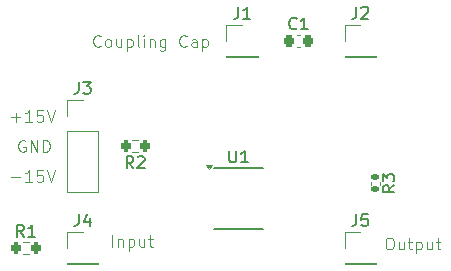
<source format=gbr>
%TF.GenerationSoftware,KiCad,Pcbnew,8.0.4*%
%TF.CreationDate,2024-08-01T19:49:29+02:00*%
%TF.ProjectId,amplification-board,616d706c-6966-4696-9361-74696f6e2d62,rev?*%
%TF.SameCoordinates,Original*%
%TF.FileFunction,Legend,Top*%
%TF.FilePolarity,Positive*%
%FSLAX46Y46*%
G04 Gerber Fmt 4.6, Leading zero omitted, Abs format (unit mm)*
G04 Created by KiCad (PCBNEW 8.0.4) date 2024-08-01 19:49:29*
%MOMM*%
%LPD*%
G01*
G04 APERTURE LIST*
G04 Aperture macros list*
%AMRoundRect*
0 Rectangle with rounded corners*
0 $1 Rounding radius*
0 $2 $3 $4 $5 $6 $7 $8 $9 X,Y pos of 4 corners*
0 Add a 4 corners polygon primitive as box body*
4,1,4,$2,$3,$4,$5,$6,$7,$8,$9,$2,$3,0*
0 Add four circle primitives for the rounded corners*
1,1,$1+$1,$2,$3*
1,1,$1+$1,$4,$5*
1,1,$1+$1,$6,$7*
1,1,$1+$1,$8,$9*
0 Add four rect primitives between the rounded corners*
20,1,$1+$1,$2,$3,$4,$5,0*
20,1,$1+$1,$4,$5,$6,$7,0*
20,1,$1+$1,$6,$7,$8,$9,0*
20,1,$1+$1,$8,$9,$2,$3,0*%
G04 Aperture macros list end*
%ADD10C,0.100000*%
%ADD11C,0.150000*%
%ADD12C,0.120000*%
%ADD13R,1.700000X1.700000*%
%ADD14R,1.550000X0.600000*%
%ADD15R,2.600000X3.100000*%
%ADD16RoundRect,0.225000X-0.225000X-0.250000X0.225000X-0.250000X0.225000X0.250000X-0.225000X0.250000X0*%
%ADD17RoundRect,0.200000X-0.200000X-0.275000X0.200000X-0.275000X0.200000X0.275000X-0.200000X0.275000X0*%
%ADD18RoundRect,0.200000X0.200000X0.275000X-0.200000X0.275000X-0.200000X-0.275000X0.200000X-0.275000X0*%
%ADD19RoundRect,0.135000X-0.185000X0.135000X-0.185000X-0.135000X0.185000X-0.135000X0.185000X0.135000X0*%
%ADD20O,1.700000X1.700000*%
G04 APERTURE END LIST*
D10*
X132320312Y-84867180D02*
X132272693Y-84914800D01*
X132272693Y-84914800D02*
X132129836Y-84962419D01*
X132129836Y-84962419D02*
X132034598Y-84962419D01*
X132034598Y-84962419D02*
X131891741Y-84914800D01*
X131891741Y-84914800D02*
X131796503Y-84819561D01*
X131796503Y-84819561D02*
X131748884Y-84724323D01*
X131748884Y-84724323D02*
X131701265Y-84533847D01*
X131701265Y-84533847D02*
X131701265Y-84390990D01*
X131701265Y-84390990D02*
X131748884Y-84200514D01*
X131748884Y-84200514D02*
X131796503Y-84105276D01*
X131796503Y-84105276D02*
X131891741Y-84010038D01*
X131891741Y-84010038D02*
X132034598Y-83962419D01*
X132034598Y-83962419D02*
X132129836Y-83962419D01*
X132129836Y-83962419D02*
X132272693Y-84010038D01*
X132272693Y-84010038D02*
X132320312Y-84057657D01*
X132891741Y-84962419D02*
X132796503Y-84914800D01*
X132796503Y-84914800D02*
X132748884Y-84867180D01*
X132748884Y-84867180D02*
X132701265Y-84771942D01*
X132701265Y-84771942D02*
X132701265Y-84486228D01*
X132701265Y-84486228D02*
X132748884Y-84390990D01*
X132748884Y-84390990D02*
X132796503Y-84343371D01*
X132796503Y-84343371D02*
X132891741Y-84295752D01*
X132891741Y-84295752D02*
X133034598Y-84295752D01*
X133034598Y-84295752D02*
X133129836Y-84343371D01*
X133129836Y-84343371D02*
X133177455Y-84390990D01*
X133177455Y-84390990D02*
X133225074Y-84486228D01*
X133225074Y-84486228D02*
X133225074Y-84771942D01*
X133225074Y-84771942D02*
X133177455Y-84867180D01*
X133177455Y-84867180D02*
X133129836Y-84914800D01*
X133129836Y-84914800D02*
X133034598Y-84962419D01*
X133034598Y-84962419D02*
X132891741Y-84962419D01*
X134082217Y-84295752D02*
X134082217Y-84962419D01*
X133653646Y-84295752D02*
X133653646Y-84819561D01*
X133653646Y-84819561D02*
X133701265Y-84914800D01*
X133701265Y-84914800D02*
X133796503Y-84962419D01*
X133796503Y-84962419D02*
X133939360Y-84962419D01*
X133939360Y-84962419D02*
X134034598Y-84914800D01*
X134034598Y-84914800D02*
X134082217Y-84867180D01*
X134558408Y-84295752D02*
X134558408Y-85295752D01*
X134558408Y-84343371D02*
X134653646Y-84295752D01*
X134653646Y-84295752D02*
X134844122Y-84295752D01*
X134844122Y-84295752D02*
X134939360Y-84343371D01*
X134939360Y-84343371D02*
X134986979Y-84390990D01*
X134986979Y-84390990D02*
X135034598Y-84486228D01*
X135034598Y-84486228D02*
X135034598Y-84771942D01*
X135034598Y-84771942D02*
X134986979Y-84867180D01*
X134986979Y-84867180D02*
X134939360Y-84914800D01*
X134939360Y-84914800D02*
X134844122Y-84962419D01*
X134844122Y-84962419D02*
X134653646Y-84962419D01*
X134653646Y-84962419D02*
X134558408Y-84914800D01*
X135606027Y-84962419D02*
X135510789Y-84914800D01*
X135510789Y-84914800D02*
X135463170Y-84819561D01*
X135463170Y-84819561D02*
X135463170Y-83962419D01*
X135986980Y-84962419D02*
X135986980Y-84295752D01*
X135986980Y-83962419D02*
X135939361Y-84010038D01*
X135939361Y-84010038D02*
X135986980Y-84057657D01*
X135986980Y-84057657D02*
X136034599Y-84010038D01*
X136034599Y-84010038D02*
X135986980Y-83962419D01*
X135986980Y-83962419D02*
X135986980Y-84057657D01*
X136463170Y-84295752D02*
X136463170Y-84962419D01*
X136463170Y-84390990D02*
X136510789Y-84343371D01*
X136510789Y-84343371D02*
X136606027Y-84295752D01*
X136606027Y-84295752D02*
X136748884Y-84295752D01*
X136748884Y-84295752D02*
X136844122Y-84343371D01*
X136844122Y-84343371D02*
X136891741Y-84438609D01*
X136891741Y-84438609D02*
X136891741Y-84962419D01*
X137796503Y-84295752D02*
X137796503Y-85105276D01*
X137796503Y-85105276D02*
X137748884Y-85200514D01*
X137748884Y-85200514D02*
X137701265Y-85248133D01*
X137701265Y-85248133D02*
X137606027Y-85295752D01*
X137606027Y-85295752D02*
X137463170Y-85295752D01*
X137463170Y-85295752D02*
X137367932Y-85248133D01*
X137796503Y-84914800D02*
X137701265Y-84962419D01*
X137701265Y-84962419D02*
X137510789Y-84962419D01*
X137510789Y-84962419D02*
X137415551Y-84914800D01*
X137415551Y-84914800D02*
X137367932Y-84867180D01*
X137367932Y-84867180D02*
X137320313Y-84771942D01*
X137320313Y-84771942D02*
X137320313Y-84486228D01*
X137320313Y-84486228D02*
X137367932Y-84390990D01*
X137367932Y-84390990D02*
X137415551Y-84343371D01*
X137415551Y-84343371D02*
X137510789Y-84295752D01*
X137510789Y-84295752D02*
X137701265Y-84295752D01*
X137701265Y-84295752D02*
X137796503Y-84343371D01*
X139606027Y-84867180D02*
X139558408Y-84914800D01*
X139558408Y-84914800D02*
X139415551Y-84962419D01*
X139415551Y-84962419D02*
X139320313Y-84962419D01*
X139320313Y-84962419D02*
X139177456Y-84914800D01*
X139177456Y-84914800D02*
X139082218Y-84819561D01*
X139082218Y-84819561D02*
X139034599Y-84724323D01*
X139034599Y-84724323D02*
X138986980Y-84533847D01*
X138986980Y-84533847D02*
X138986980Y-84390990D01*
X138986980Y-84390990D02*
X139034599Y-84200514D01*
X139034599Y-84200514D02*
X139082218Y-84105276D01*
X139082218Y-84105276D02*
X139177456Y-84010038D01*
X139177456Y-84010038D02*
X139320313Y-83962419D01*
X139320313Y-83962419D02*
X139415551Y-83962419D01*
X139415551Y-83962419D02*
X139558408Y-84010038D01*
X139558408Y-84010038D02*
X139606027Y-84057657D01*
X140463170Y-84962419D02*
X140463170Y-84438609D01*
X140463170Y-84438609D02*
X140415551Y-84343371D01*
X140415551Y-84343371D02*
X140320313Y-84295752D01*
X140320313Y-84295752D02*
X140129837Y-84295752D01*
X140129837Y-84295752D02*
X140034599Y-84343371D01*
X140463170Y-84914800D02*
X140367932Y-84962419D01*
X140367932Y-84962419D02*
X140129837Y-84962419D01*
X140129837Y-84962419D02*
X140034599Y-84914800D01*
X140034599Y-84914800D02*
X139986980Y-84819561D01*
X139986980Y-84819561D02*
X139986980Y-84724323D01*
X139986980Y-84724323D02*
X140034599Y-84629085D01*
X140034599Y-84629085D02*
X140129837Y-84581466D01*
X140129837Y-84581466D02*
X140367932Y-84581466D01*
X140367932Y-84581466D02*
X140463170Y-84533847D01*
X140939361Y-84295752D02*
X140939361Y-85295752D01*
X140939361Y-84343371D02*
X141034599Y-84295752D01*
X141034599Y-84295752D02*
X141225075Y-84295752D01*
X141225075Y-84295752D02*
X141320313Y-84343371D01*
X141320313Y-84343371D02*
X141367932Y-84390990D01*
X141367932Y-84390990D02*
X141415551Y-84486228D01*
X141415551Y-84486228D02*
X141415551Y-84771942D01*
X141415551Y-84771942D02*
X141367932Y-84867180D01*
X141367932Y-84867180D02*
X141320313Y-84914800D01*
X141320313Y-84914800D02*
X141225075Y-84962419D01*
X141225075Y-84962419D02*
X141034599Y-84962419D01*
X141034599Y-84962419D02*
X140939361Y-84914800D01*
X125922693Y-92900038D02*
X125827455Y-92852419D01*
X125827455Y-92852419D02*
X125684598Y-92852419D01*
X125684598Y-92852419D02*
X125541741Y-92900038D01*
X125541741Y-92900038D02*
X125446503Y-92995276D01*
X125446503Y-92995276D02*
X125398884Y-93090514D01*
X125398884Y-93090514D02*
X125351265Y-93280990D01*
X125351265Y-93280990D02*
X125351265Y-93423847D01*
X125351265Y-93423847D02*
X125398884Y-93614323D01*
X125398884Y-93614323D02*
X125446503Y-93709561D01*
X125446503Y-93709561D02*
X125541741Y-93804800D01*
X125541741Y-93804800D02*
X125684598Y-93852419D01*
X125684598Y-93852419D02*
X125779836Y-93852419D01*
X125779836Y-93852419D02*
X125922693Y-93804800D01*
X125922693Y-93804800D02*
X125970312Y-93757180D01*
X125970312Y-93757180D02*
X125970312Y-93423847D01*
X125970312Y-93423847D02*
X125779836Y-93423847D01*
X126398884Y-93852419D02*
X126398884Y-92852419D01*
X126398884Y-92852419D02*
X126970312Y-93852419D01*
X126970312Y-93852419D02*
X126970312Y-92852419D01*
X127446503Y-93852419D02*
X127446503Y-92852419D01*
X127446503Y-92852419D02*
X127684598Y-92852419D01*
X127684598Y-92852419D02*
X127827455Y-92900038D01*
X127827455Y-92900038D02*
X127922693Y-92995276D01*
X127922693Y-92995276D02*
X127970312Y-93090514D01*
X127970312Y-93090514D02*
X128017931Y-93280990D01*
X128017931Y-93280990D02*
X128017931Y-93423847D01*
X128017931Y-93423847D02*
X127970312Y-93614323D01*
X127970312Y-93614323D02*
X127922693Y-93709561D01*
X127922693Y-93709561D02*
X127827455Y-93804800D01*
X127827455Y-93804800D02*
X127684598Y-93852419D01*
X127684598Y-93852419D02*
X127446503Y-93852419D01*
X124763884Y-96011466D02*
X125525789Y-96011466D01*
X126525788Y-96392419D02*
X125954360Y-96392419D01*
X126240074Y-96392419D02*
X126240074Y-95392419D01*
X126240074Y-95392419D02*
X126144836Y-95535276D01*
X126144836Y-95535276D02*
X126049598Y-95630514D01*
X126049598Y-95630514D02*
X125954360Y-95678133D01*
X127430550Y-95392419D02*
X126954360Y-95392419D01*
X126954360Y-95392419D02*
X126906741Y-95868609D01*
X126906741Y-95868609D02*
X126954360Y-95820990D01*
X126954360Y-95820990D02*
X127049598Y-95773371D01*
X127049598Y-95773371D02*
X127287693Y-95773371D01*
X127287693Y-95773371D02*
X127382931Y-95820990D01*
X127382931Y-95820990D02*
X127430550Y-95868609D01*
X127430550Y-95868609D02*
X127478169Y-95963847D01*
X127478169Y-95963847D02*
X127478169Y-96201942D01*
X127478169Y-96201942D02*
X127430550Y-96297180D01*
X127430550Y-96297180D02*
X127382931Y-96344800D01*
X127382931Y-96344800D02*
X127287693Y-96392419D01*
X127287693Y-96392419D02*
X127049598Y-96392419D01*
X127049598Y-96392419D02*
X126954360Y-96344800D01*
X126954360Y-96344800D02*
X126906741Y-96297180D01*
X127763884Y-95392419D02*
X128097217Y-96392419D01*
X128097217Y-96392419D02*
X128430550Y-95392419D01*
X156704360Y-101107419D02*
X156894836Y-101107419D01*
X156894836Y-101107419D02*
X156990074Y-101155038D01*
X156990074Y-101155038D02*
X157085312Y-101250276D01*
X157085312Y-101250276D02*
X157132931Y-101440752D01*
X157132931Y-101440752D02*
X157132931Y-101774085D01*
X157132931Y-101774085D02*
X157085312Y-101964561D01*
X157085312Y-101964561D02*
X156990074Y-102059800D01*
X156990074Y-102059800D02*
X156894836Y-102107419D01*
X156894836Y-102107419D02*
X156704360Y-102107419D01*
X156704360Y-102107419D02*
X156609122Y-102059800D01*
X156609122Y-102059800D02*
X156513884Y-101964561D01*
X156513884Y-101964561D02*
X156466265Y-101774085D01*
X156466265Y-101774085D02*
X156466265Y-101440752D01*
X156466265Y-101440752D02*
X156513884Y-101250276D01*
X156513884Y-101250276D02*
X156609122Y-101155038D01*
X156609122Y-101155038D02*
X156704360Y-101107419D01*
X157990074Y-101440752D02*
X157990074Y-102107419D01*
X157561503Y-101440752D02*
X157561503Y-101964561D01*
X157561503Y-101964561D02*
X157609122Y-102059800D01*
X157609122Y-102059800D02*
X157704360Y-102107419D01*
X157704360Y-102107419D02*
X157847217Y-102107419D01*
X157847217Y-102107419D02*
X157942455Y-102059800D01*
X157942455Y-102059800D02*
X157990074Y-102012180D01*
X158323408Y-101440752D02*
X158704360Y-101440752D01*
X158466265Y-101107419D02*
X158466265Y-101964561D01*
X158466265Y-101964561D02*
X158513884Y-102059800D01*
X158513884Y-102059800D02*
X158609122Y-102107419D01*
X158609122Y-102107419D02*
X158704360Y-102107419D01*
X159037694Y-101440752D02*
X159037694Y-102440752D01*
X159037694Y-101488371D02*
X159132932Y-101440752D01*
X159132932Y-101440752D02*
X159323408Y-101440752D01*
X159323408Y-101440752D02*
X159418646Y-101488371D01*
X159418646Y-101488371D02*
X159466265Y-101535990D01*
X159466265Y-101535990D02*
X159513884Y-101631228D01*
X159513884Y-101631228D02*
X159513884Y-101916942D01*
X159513884Y-101916942D02*
X159466265Y-102012180D01*
X159466265Y-102012180D02*
X159418646Y-102059800D01*
X159418646Y-102059800D02*
X159323408Y-102107419D01*
X159323408Y-102107419D02*
X159132932Y-102107419D01*
X159132932Y-102107419D02*
X159037694Y-102059800D01*
X160371027Y-101440752D02*
X160371027Y-102107419D01*
X159942456Y-101440752D02*
X159942456Y-101964561D01*
X159942456Y-101964561D02*
X159990075Y-102059800D01*
X159990075Y-102059800D02*
X160085313Y-102107419D01*
X160085313Y-102107419D02*
X160228170Y-102107419D01*
X160228170Y-102107419D02*
X160323408Y-102059800D01*
X160323408Y-102059800D02*
X160371027Y-102012180D01*
X160704361Y-101440752D02*
X161085313Y-101440752D01*
X160847218Y-101107419D02*
X160847218Y-101964561D01*
X160847218Y-101964561D02*
X160894837Y-102059800D01*
X160894837Y-102059800D02*
X160990075Y-102107419D01*
X160990075Y-102107419D02*
X161085313Y-102107419D01*
X133303884Y-101872419D02*
X133303884Y-100872419D01*
X133780074Y-101205752D02*
X133780074Y-101872419D01*
X133780074Y-101300990D02*
X133827693Y-101253371D01*
X133827693Y-101253371D02*
X133922931Y-101205752D01*
X133922931Y-101205752D02*
X134065788Y-101205752D01*
X134065788Y-101205752D02*
X134161026Y-101253371D01*
X134161026Y-101253371D02*
X134208645Y-101348609D01*
X134208645Y-101348609D02*
X134208645Y-101872419D01*
X134684836Y-101205752D02*
X134684836Y-102205752D01*
X134684836Y-101253371D02*
X134780074Y-101205752D01*
X134780074Y-101205752D02*
X134970550Y-101205752D01*
X134970550Y-101205752D02*
X135065788Y-101253371D01*
X135065788Y-101253371D02*
X135113407Y-101300990D01*
X135113407Y-101300990D02*
X135161026Y-101396228D01*
X135161026Y-101396228D02*
X135161026Y-101681942D01*
X135161026Y-101681942D02*
X135113407Y-101777180D01*
X135113407Y-101777180D02*
X135065788Y-101824800D01*
X135065788Y-101824800D02*
X134970550Y-101872419D01*
X134970550Y-101872419D02*
X134780074Y-101872419D01*
X134780074Y-101872419D02*
X134684836Y-101824800D01*
X136018169Y-101205752D02*
X136018169Y-101872419D01*
X135589598Y-101205752D02*
X135589598Y-101729561D01*
X135589598Y-101729561D02*
X135637217Y-101824800D01*
X135637217Y-101824800D02*
X135732455Y-101872419D01*
X135732455Y-101872419D02*
X135875312Y-101872419D01*
X135875312Y-101872419D02*
X135970550Y-101824800D01*
X135970550Y-101824800D02*
X136018169Y-101777180D01*
X136351503Y-101205752D02*
X136732455Y-101205752D01*
X136494360Y-100872419D02*
X136494360Y-101729561D01*
X136494360Y-101729561D02*
X136541979Y-101824800D01*
X136541979Y-101824800D02*
X136637217Y-101872419D01*
X136637217Y-101872419D02*
X136732455Y-101872419D01*
X124763884Y-90931466D02*
X125525789Y-90931466D01*
X125144836Y-91312419D02*
X125144836Y-90550514D01*
X126525788Y-91312419D02*
X125954360Y-91312419D01*
X126240074Y-91312419D02*
X126240074Y-90312419D01*
X126240074Y-90312419D02*
X126144836Y-90455276D01*
X126144836Y-90455276D02*
X126049598Y-90550514D01*
X126049598Y-90550514D02*
X125954360Y-90598133D01*
X127430550Y-90312419D02*
X126954360Y-90312419D01*
X126954360Y-90312419D02*
X126906741Y-90788609D01*
X126906741Y-90788609D02*
X126954360Y-90740990D01*
X126954360Y-90740990D02*
X127049598Y-90693371D01*
X127049598Y-90693371D02*
X127287693Y-90693371D01*
X127287693Y-90693371D02*
X127382931Y-90740990D01*
X127382931Y-90740990D02*
X127430550Y-90788609D01*
X127430550Y-90788609D02*
X127478169Y-90883847D01*
X127478169Y-90883847D02*
X127478169Y-91121942D01*
X127478169Y-91121942D02*
X127430550Y-91217180D01*
X127430550Y-91217180D02*
X127382931Y-91264800D01*
X127382931Y-91264800D02*
X127287693Y-91312419D01*
X127287693Y-91312419D02*
X127049598Y-91312419D01*
X127049598Y-91312419D02*
X126954360Y-91264800D01*
X126954360Y-91264800D02*
X126906741Y-91217180D01*
X127763884Y-90312419D02*
X128097217Y-91312419D01*
X128097217Y-91312419D02*
X128430550Y-90312419D01*
D11*
X153971666Y-99124819D02*
X153971666Y-99839104D01*
X153971666Y-99839104D02*
X153924047Y-99981961D01*
X153924047Y-99981961D02*
X153828809Y-100077200D01*
X153828809Y-100077200D02*
X153685952Y-100124819D01*
X153685952Y-100124819D02*
X153590714Y-100124819D01*
X154924047Y-99124819D02*
X154447857Y-99124819D01*
X154447857Y-99124819D02*
X154400238Y-99601009D01*
X154400238Y-99601009D02*
X154447857Y-99553390D01*
X154447857Y-99553390D02*
X154543095Y-99505771D01*
X154543095Y-99505771D02*
X154781190Y-99505771D01*
X154781190Y-99505771D02*
X154876428Y-99553390D01*
X154876428Y-99553390D02*
X154924047Y-99601009D01*
X154924047Y-99601009D02*
X154971666Y-99696247D01*
X154971666Y-99696247D02*
X154971666Y-99934342D01*
X154971666Y-99934342D02*
X154924047Y-100029580D01*
X154924047Y-100029580D02*
X154876428Y-100077200D01*
X154876428Y-100077200D02*
X154781190Y-100124819D01*
X154781190Y-100124819D02*
X154543095Y-100124819D01*
X154543095Y-100124819D02*
X154447857Y-100077200D01*
X154447857Y-100077200D02*
X154400238Y-100029580D01*
X143223095Y-93744819D02*
X143223095Y-94554342D01*
X143223095Y-94554342D02*
X143270714Y-94649580D01*
X143270714Y-94649580D02*
X143318333Y-94697200D01*
X143318333Y-94697200D02*
X143413571Y-94744819D01*
X143413571Y-94744819D02*
X143604047Y-94744819D01*
X143604047Y-94744819D02*
X143699285Y-94697200D01*
X143699285Y-94697200D02*
X143746904Y-94649580D01*
X143746904Y-94649580D02*
X143794523Y-94554342D01*
X143794523Y-94554342D02*
X143794523Y-93744819D01*
X144794523Y-94744819D02*
X144223095Y-94744819D01*
X144508809Y-94744819D02*
X144508809Y-93744819D01*
X144508809Y-93744819D02*
X144413571Y-93887676D01*
X144413571Y-93887676D02*
X144318333Y-93982914D01*
X144318333Y-93982914D02*
X144223095Y-94030533D01*
X153971666Y-81579819D02*
X153971666Y-82294104D01*
X153971666Y-82294104D02*
X153924047Y-82436961D01*
X153924047Y-82436961D02*
X153828809Y-82532200D01*
X153828809Y-82532200D02*
X153685952Y-82579819D01*
X153685952Y-82579819D02*
X153590714Y-82579819D01*
X154400238Y-81675057D02*
X154447857Y-81627438D01*
X154447857Y-81627438D02*
X154543095Y-81579819D01*
X154543095Y-81579819D02*
X154781190Y-81579819D01*
X154781190Y-81579819D02*
X154876428Y-81627438D01*
X154876428Y-81627438D02*
X154924047Y-81675057D01*
X154924047Y-81675057D02*
X154971666Y-81770295D01*
X154971666Y-81770295D02*
X154971666Y-81865533D01*
X154971666Y-81865533D02*
X154924047Y-82008390D01*
X154924047Y-82008390D02*
X154352619Y-82579819D01*
X154352619Y-82579819D02*
X154971666Y-82579819D01*
X143971666Y-81579819D02*
X143971666Y-82294104D01*
X143971666Y-82294104D02*
X143924047Y-82436961D01*
X143924047Y-82436961D02*
X143828809Y-82532200D01*
X143828809Y-82532200D02*
X143685952Y-82579819D01*
X143685952Y-82579819D02*
X143590714Y-82579819D01*
X144971666Y-82579819D02*
X144400238Y-82579819D01*
X144685952Y-82579819D02*
X144685952Y-81579819D01*
X144685952Y-81579819D02*
X144590714Y-81722676D01*
X144590714Y-81722676D02*
X144495476Y-81817914D01*
X144495476Y-81817914D02*
X144400238Y-81865533D01*
X148913333Y-83384580D02*
X148865714Y-83432200D01*
X148865714Y-83432200D02*
X148722857Y-83479819D01*
X148722857Y-83479819D02*
X148627619Y-83479819D01*
X148627619Y-83479819D02*
X148484762Y-83432200D01*
X148484762Y-83432200D02*
X148389524Y-83336961D01*
X148389524Y-83336961D02*
X148341905Y-83241723D01*
X148341905Y-83241723D02*
X148294286Y-83051247D01*
X148294286Y-83051247D02*
X148294286Y-82908390D01*
X148294286Y-82908390D02*
X148341905Y-82717914D01*
X148341905Y-82717914D02*
X148389524Y-82622676D01*
X148389524Y-82622676D02*
X148484762Y-82527438D01*
X148484762Y-82527438D02*
X148627619Y-82479819D01*
X148627619Y-82479819D02*
X148722857Y-82479819D01*
X148722857Y-82479819D02*
X148865714Y-82527438D01*
X148865714Y-82527438D02*
X148913333Y-82575057D01*
X149865714Y-83479819D02*
X149294286Y-83479819D01*
X149580000Y-83479819D02*
X149580000Y-82479819D01*
X149580000Y-82479819D02*
X149484762Y-82622676D01*
X149484762Y-82622676D02*
X149389524Y-82717914D01*
X149389524Y-82717914D02*
X149294286Y-82765533D01*
X125833333Y-101024819D02*
X125500000Y-100548628D01*
X125261905Y-101024819D02*
X125261905Y-100024819D01*
X125261905Y-100024819D02*
X125642857Y-100024819D01*
X125642857Y-100024819D02*
X125738095Y-100072438D01*
X125738095Y-100072438D02*
X125785714Y-100120057D01*
X125785714Y-100120057D02*
X125833333Y-100215295D01*
X125833333Y-100215295D02*
X125833333Y-100358152D01*
X125833333Y-100358152D02*
X125785714Y-100453390D01*
X125785714Y-100453390D02*
X125738095Y-100501009D01*
X125738095Y-100501009D02*
X125642857Y-100548628D01*
X125642857Y-100548628D02*
X125261905Y-100548628D01*
X126785714Y-101024819D02*
X126214286Y-101024819D01*
X126500000Y-101024819D02*
X126500000Y-100024819D01*
X126500000Y-100024819D02*
X126404762Y-100167676D01*
X126404762Y-100167676D02*
X126309524Y-100262914D01*
X126309524Y-100262914D02*
X126214286Y-100310533D01*
X135088333Y-95229819D02*
X134755000Y-94753628D01*
X134516905Y-95229819D02*
X134516905Y-94229819D01*
X134516905Y-94229819D02*
X134897857Y-94229819D01*
X134897857Y-94229819D02*
X134993095Y-94277438D01*
X134993095Y-94277438D02*
X135040714Y-94325057D01*
X135040714Y-94325057D02*
X135088333Y-94420295D01*
X135088333Y-94420295D02*
X135088333Y-94563152D01*
X135088333Y-94563152D02*
X135040714Y-94658390D01*
X135040714Y-94658390D02*
X134993095Y-94706009D01*
X134993095Y-94706009D02*
X134897857Y-94753628D01*
X134897857Y-94753628D02*
X134516905Y-94753628D01*
X135469286Y-94325057D02*
X135516905Y-94277438D01*
X135516905Y-94277438D02*
X135612143Y-94229819D01*
X135612143Y-94229819D02*
X135850238Y-94229819D01*
X135850238Y-94229819D02*
X135945476Y-94277438D01*
X135945476Y-94277438D02*
X135993095Y-94325057D01*
X135993095Y-94325057D02*
X136040714Y-94420295D01*
X136040714Y-94420295D02*
X136040714Y-94515533D01*
X136040714Y-94515533D02*
X135993095Y-94658390D01*
X135993095Y-94658390D02*
X135421667Y-95229819D01*
X135421667Y-95229819D02*
X136040714Y-95229819D01*
X157199819Y-96686666D02*
X156723628Y-97019999D01*
X157199819Y-97258094D02*
X156199819Y-97258094D01*
X156199819Y-97258094D02*
X156199819Y-96877142D01*
X156199819Y-96877142D02*
X156247438Y-96781904D01*
X156247438Y-96781904D02*
X156295057Y-96734285D01*
X156295057Y-96734285D02*
X156390295Y-96686666D01*
X156390295Y-96686666D02*
X156533152Y-96686666D01*
X156533152Y-96686666D02*
X156628390Y-96734285D01*
X156628390Y-96734285D02*
X156676009Y-96781904D01*
X156676009Y-96781904D02*
X156723628Y-96877142D01*
X156723628Y-96877142D02*
X156723628Y-97258094D01*
X156199819Y-96353332D02*
X156199819Y-95734285D01*
X156199819Y-95734285D02*
X156580771Y-96067618D01*
X156580771Y-96067618D02*
X156580771Y-95924761D01*
X156580771Y-95924761D02*
X156628390Y-95829523D01*
X156628390Y-95829523D02*
X156676009Y-95781904D01*
X156676009Y-95781904D02*
X156771247Y-95734285D01*
X156771247Y-95734285D02*
X157009342Y-95734285D01*
X157009342Y-95734285D02*
X157104580Y-95781904D01*
X157104580Y-95781904D02*
X157152200Y-95829523D01*
X157152200Y-95829523D02*
X157199819Y-95924761D01*
X157199819Y-95924761D02*
X157199819Y-96210475D01*
X157199819Y-96210475D02*
X157152200Y-96305713D01*
X157152200Y-96305713D02*
X157104580Y-96353332D01*
X130476666Y-99124819D02*
X130476666Y-99839104D01*
X130476666Y-99839104D02*
X130429047Y-99981961D01*
X130429047Y-99981961D02*
X130333809Y-100077200D01*
X130333809Y-100077200D02*
X130190952Y-100124819D01*
X130190952Y-100124819D02*
X130095714Y-100124819D01*
X131381428Y-99458152D02*
X131381428Y-100124819D01*
X131143333Y-99077200D02*
X130905238Y-99791485D01*
X130905238Y-99791485D02*
X131524285Y-99791485D01*
X130476666Y-87929819D02*
X130476666Y-88644104D01*
X130476666Y-88644104D02*
X130429047Y-88786961D01*
X130429047Y-88786961D02*
X130333809Y-88882200D01*
X130333809Y-88882200D02*
X130190952Y-88929819D01*
X130190952Y-88929819D02*
X130095714Y-88929819D01*
X130857619Y-87929819D02*
X131476666Y-87929819D01*
X131476666Y-87929819D02*
X131143333Y-88310771D01*
X131143333Y-88310771D02*
X131286190Y-88310771D01*
X131286190Y-88310771D02*
X131381428Y-88358390D01*
X131381428Y-88358390D02*
X131429047Y-88406009D01*
X131429047Y-88406009D02*
X131476666Y-88501247D01*
X131476666Y-88501247D02*
X131476666Y-88739342D01*
X131476666Y-88739342D02*
X131429047Y-88834580D01*
X131429047Y-88834580D02*
X131381428Y-88882200D01*
X131381428Y-88882200D02*
X131286190Y-88929819D01*
X131286190Y-88929819D02*
X131000476Y-88929819D01*
X131000476Y-88929819D02*
X130905238Y-88882200D01*
X130905238Y-88882200D02*
X130857619Y-88834580D01*
D12*
%TO.C,J5*%
X152975000Y-100670000D02*
X154305000Y-100670000D01*
X152975000Y-102000000D02*
X152975000Y-100670000D01*
X152975000Y-103270000D02*
X152975000Y-103330000D01*
X152975000Y-103270000D02*
X155635000Y-103270000D01*
X152975000Y-103330000D02*
X155635000Y-103330000D01*
X155635000Y-103270000D02*
X155635000Y-103330000D01*
D11*
%TO.C,U1*%
X141910000Y-95215000D02*
X146060000Y-95215000D01*
X141910000Y-100365000D02*
X146060000Y-100365000D01*
D12*
X141485000Y-95290000D02*
X141245000Y-94960000D01*
X141725000Y-94960000D01*
X141485000Y-95290000D01*
G36*
X141485000Y-95290000D02*
G01*
X141245000Y-94960000D01*
X141725000Y-94960000D01*
X141485000Y-95290000D01*
G37*
%TO.C,J2*%
X152975000Y-83125000D02*
X154305000Y-83125000D01*
X152975000Y-84455000D02*
X152975000Y-83125000D01*
X152975000Y-85725000D02*
X152975000Y-85785000D01*
X152975000Y-85725000D02*
X155635000Y-85725000D01*
X152975000Y-85785000D02*
X155635000Y-85785000D01*
X155635000Y-85725000D02*
X155635000Y-85785000D01*
%TO.C,J1*%
X142975000Y-83125000D02*
X144305000Y-83125000D01*
X142975000Y-84455000D02*
X142975000Y-83125000D01*
X142975000Y-85725000D02*
X142975000Y-85785000D01*
X142975000Y-85725000D02*
X145635000Y-85725000D01*
X142975000Y-85785000D02*
X145635000Y-85785000D01*
X145635000Y-85725000D02*
X145635000Y-85785000D01*
%TO.C,C1*%
X148939420Y-83945000D02*
X149220580Y-83945000D01*
X148939420Y-84965000D02*
X149220580Y-84965000D01*
%TO.C,R1*%
X125762742Y-101477500D02*
X126237258Y-101477500D01*
X125762742Y-102522500D02*
X126237258Y-102522500D01*
%TO.C,R2*%
X135492258Y-92822500D02*
X135017742Y-92822500D01*
X135492258Y-93867500D02*
X135017742Y-93867500D01*
%TO.C,R3*%
X155195000Y-96366359D02*
X155195000Y-96673641D01*
X155955000Y-96366359D02*
X155955000Y-96673641D01*
%TO.C,J4*%
X129480000Y-100670000D02*
X130810000Y-100670000D01*
X129480000Y-102000000D02*
X129480000Y-100670000D01*
X129480000Y-103270000D02*
X129480000Y-103330000D01*
X129480000Y-103270000D02*
X132140000Y-103270000D01*
X129480000Y-103330000D02*
X132140000Y-103330000D01*
X132140000Y-103270000D02*
X132140000Y-103330000D01*
%TO.C,J3*%
X129480000Y-89475000D02*
X130810000Y-89475000D01*
X129480000Y-90805000D02*
X129480000Y-89475000D01*
X129480000Y-92075000D02*
X129480000Y-97215000D01*
X129480000Y-92075000D02*
X132140000Y-92075000D01*
X129480000Y-97215000D02*
X132140000Y-97215000D01*
X132140000Y-92075000D02*
X132140000Y-97215000D01*
%TD*%
%LPC*%
D13*
%TO.C,J5*%
X154305000Y-102000000D03*
%TD*%
D14*
%TO.C,U1*%
X141285000Y-95885000D03*
X141285000Y-97155000D03*
X141285000Y-98425000D03*
X141285000Y-99695000D03*
X146685000Y-99695000D03*
X146685000Y-98425000D03*
X146685000Y-97155000D03*
X146685000Y-95885000D03*
D15*
X143985000Y-97790000D03*
%TD*%
D13*
%TO.C,J2*%
X154305000Y-84455000D03*
%TD*%
%TO.C,J1*%
X144305000Y-84455000D03*
%TD*%
D16*
%TO.C,C1*%
X148305000Y-84455000D03*
X149855000Y-84455000D03*
%TD*%
D17*
%TO.C,R1*%
X125175000Y-102000000D03*
X126825000Y-102000000D03*
%TD*%
D18*
%TO.C,R2*%
X136080000Y-93345000D03*
X134430000Y-93345000D03*
%TD*%
D19*
%TO.C,R3*%
X155575000Y-96010000D03*
X155575000Y-97030000D03*
%TD*%
D13*
%TO.C,J4*%
X130810000Y-102000000D03*
%TD*%
%TO.C,J3*%
X130810000Y-90805000D03*
D20*
X130810000Y-93345000D03*
X130810000Y-95885000D03*
%TD*%
%LPD*%
M02*

</source>
